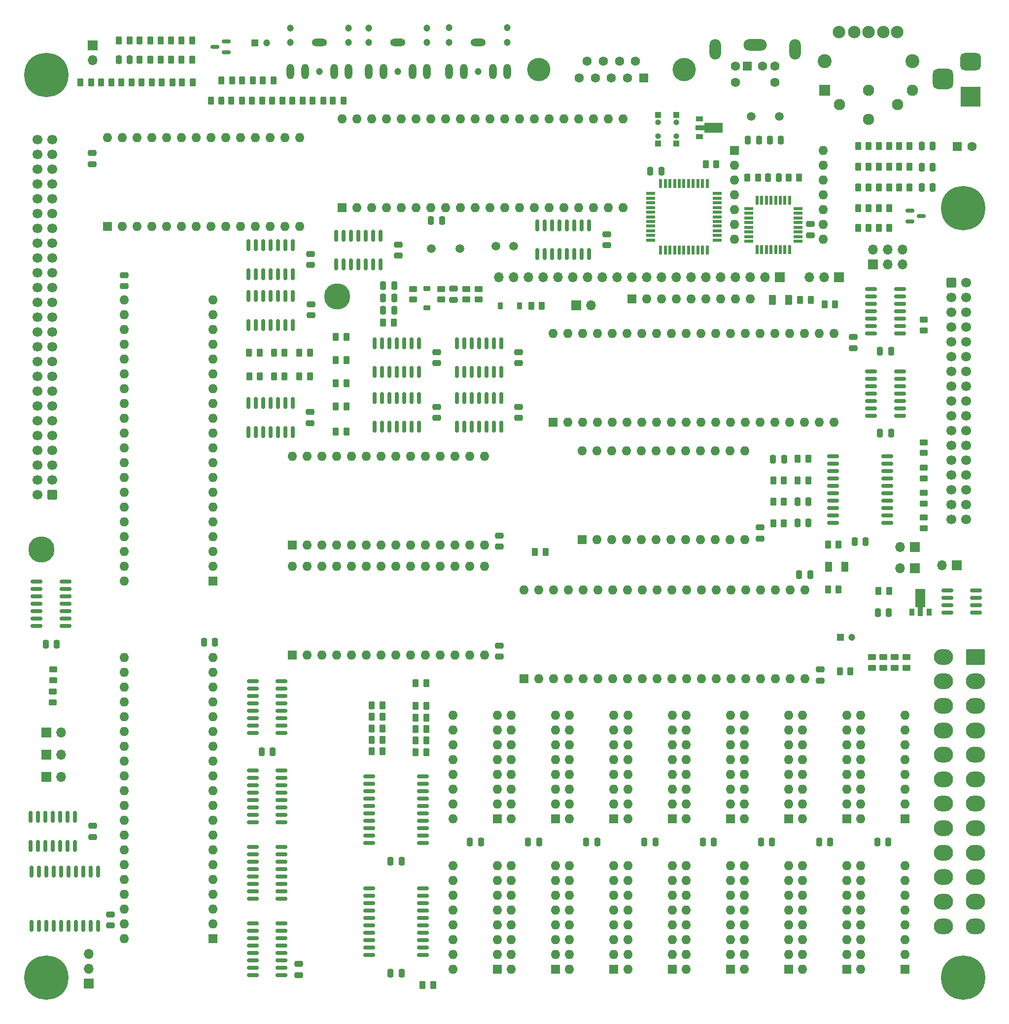
<source format=gbr>
%TF.GenerationSoftware,KiCad,Pcbnew,7.0.1*%
%TF.CreationDate,2023-05-06T23:27:47+01:00*%
%TF.ProjectId,CPC464-2MINIITX,43504334-3634-42d3-924d-494e49495458,rev?*%
%TF.SameCoordinates,Original*%
%TF.FileFunction,Soldermask,Top*%
%TF.FilePolarity,Negative*%
%FSLAX46Y46*%
G04 Gerber Fmt 4.6, Leading zero omitted, Abs format (unit mm)*
G04 Created by KiCad (PCBNEW 7.0.1) date 2023-05-06 23:27:47*
%MOMM*%
%LPD*%
G01*
G04 APERTURE LIST*
G04 Aperture macros list*
%AMRoundRect*
0 Rectangle with rounded corners*
0 $1 Rounding radius*
0 $2 $3 $4 $5 $6 $7 $8 $9 X,Y pos of 4 corners*
0 Add a 4 corners polygon primitive as box body*
4,1,4,$2,$3,$4,$5,$6,$7,$8,$9,$2,$3,0*
0 Add four circle primitives for the rounded corners*
1,1,$1+$1,$2,$3*
1,1,$1+$1,$4,$5*
1,1,$1+$1,$6,$7*
1,1,$1+$1,$8,$9*
0 Add four rect primitives between the rounded corners*
20,1,$1+$1,$2,$3,$4,$5,0*
20,1,$1+$1,$4,$5,$6,$7,0*
20,1,$1+$1,$6,$7,$8,$9,0*
20,1,$1+$1,$8,$9,$2,$3,0*%
%AMFreePoly0*
4,1,9,3.862500,-0.866500,0.737500,-0.866500,0.737500,-0.450000,-0.737500,-0.450000,-0.737500,0.450000,0.737500,0.450000,0.737500,0.866500,3.862500,0.866500,3.862500,-0.866500,3.862500,-0.866500,$1*%
G04 Aperture macros list end*
%ADD10R,1.600000X1.600000*%
%ADD11O,1.600000X1.600000*%
%ADD12R,1.600000X0.550000*%
%ADD13R,0.550000X1.600000*%
%ADD14RoundRect,0.250000X-0.262500X-0.450000X0.262500X-0.450000X0.262500X0.450000X-0.262500X0.450000X0*%
%ADD15RoundRect,0.250000X-0.600000X-0.600000X0.600000X-0.600000X0.600000X0.600000X-0.600000X0.600000X0*%
%ADD16C,1.700000*%
%ADD17RoundRect,0.250000X0.600000X0.600000X-0.600000X0.600000X-0.600000X-0.600000X0.600000X-0.600000X0*%
%ADD18RoundRect,0.250000X0.475000X-0.250000X0.475000X0.250000X-0.475000X0.250000X-0.475000X-0.250000X0*%
%ADD19RoundRect,0.150000X0.150000X-0.825000X0.150000X0.825000X-0.150000X0.825000X-0.150000X-0.825000X0*%
%ADD20RoundRect,0.250000X-0.450000X0.262500X-0.450000X-0.262500X0.450000X-0.262500X0.450000X0.262500X0*%
%ADD21RoundRect,0.150000X-0.875000X-0.150000X0.875000X-0.150000X0.875000X0.150000X-0.875000X0.150000X0*%
%ADD22RoundRect,0.250000X0.262500X0.450000X-0.262500X0.450000X-0.262500X-0.450000X0.262500X-0.450000X0*%
%ADD23RoundRect,0.250000X0.250000X0.475000X-0.250000X0.475000X-0.250000X-0.475000X0.250000X-0.475000X0*%
%ADD24R,1.200000X1.200000*%
%ADD25C,1.200000*%
%ADD26C,4.500000*%
%ADD27RoundRect,0.250000X-0.250000X-0.475000X0.250000X-0.475000X0.250000X0.475000X-0.250000X0.475000X0*%
%ADD28C,0.800000*%
%ADD29C,7.620000*%
%ADD30C,1.500000*%
%ADD31R,1.000000X1.000000*%
%ADD32O,1.000000X1.000000*%
%ADD33O,2.616000X1.308000*%
%ADD34O,1.308000X2.616000*%
%ADD35RoundRect,0.150000X-0.825000X-0.150000X0.825000X-0.150000X0.825000X0.150000X-0.825000X0.150000X0*%
%ADD36RoundRect,0.250000X-0.475000X0.250000X-0.475000X-0.250000X0.475000X-0.250000X0.475000X0.250000X0*%
%ADD37RoundRect,0.150000X0.587500X0.150000X-0.587500X0.150000X-0.587500X-0.150000X0.587500X-0.150000X0*%
%ADD38RoundRect,0.250000X0.375000X0.625000X-0.375000X0.625000X-0.375000X-0.625000X0.375000X-0.625000X0*%
%ADD39RoundRect,0.225000X-0.225000X-0.375000X0.225000X-0.375000X0.225000X0.375000X-0.225000X0.375000X0*%
%ADD40R,1.700000X1.700000*%
%ADD41O,1.700000X1.700000*%
%ADD42R,3.500000X3.500000*%
%ADD43RoundRect,0.750000X-1.000000X0.750000X-1.000000X-0.750000X1.000000X-0.750000X1.000000X0.750000X0*%
%ADD44RoundRect,0.875000X-0.875000X0.875000X-0.875000X-0.875000X0.875000X-0.875000X0.875000X0.875000X0*%
%ADD45C,1.600000*%
%ADD46O,4.000000X2.000000*%
%ADD47O,2.000000X3.500000*%
%ADD48RoundRect,0.250000X0.450000X-0.262500X0.450000X0.262500X-0.450000X0.262500X-0.450000X-0.262500X0*%
%ADD49C,4.000000*%
%ADD50R,0.900000X1.300000*%
%ADD51FreePoly0,90.000000*%
%ADD52RoundRect,0.250000X-0.375000X-0.625000X0.375000X-0.625000X0.375000X0.625000X-0.375000X0.625000X0*%
%ADD53RoundRect,0.150000X-0.587500X-0.150000X0.587500X-0.150000X0.587500X0.150000X-0.587500X0.150000X0*%
%ADD54R,0.550000X1.500000*%
%ADD55R,1.500000X0.550000*%
%ADD56RoundRect,0.150000X0.150000X-0.875000X0.150000X0.875000X-0.150000X0.875000X-0.150000X-0.875000X0*%
%ADD57RoundRect,0.225000X0.375000X-0.225000X0.375000X0.225000X-0.375000X0.225000X-0.375000X-0.225000X0*%
%ADD58RoundRect,0.250001X-1.399999X1.099999X-1.399999X-1.099999X1.399999X-1.099999X1.399999X1.099999X0*%
%ADD59O,3.300000X2.700000*%
%ADD60R,1.300000X0.900000*%
%ADD61FreePoly0,0.000000*%
%ADD62C,2.400000*%
%ADD63R,1.950000X1.950000*%
%ADD64C,1.950000*%
%ADD65C,2.150000*%
G04 APERTURE END LIST*
D10*
%TO.C,IC111*%
X63680000Y-125200000D03*
D11*
X63680000Y-122660000D03*
X63680000Y-120120000D03*
X63680000Y-117580000D03*
X63680000Y-115040000D03*
X63680000Y-112500000D03*
X63680000Y-109960000D03*
X63680000Y-107420000D03*
X63680000Y-104880000D03*
X63680000Y-102340000D03*
X63680000Y-99800000D03*
X63680000Y-97260000D03*
X63680000Y-94720000D03*
X63680000Y-92180000D03*
X63680000Y-89640000D03*
X63680000Y-87100000D03*
X63680000Y-84560000D03*
X63680000Y-82020000D03*
X63680000Y-79480000D03*
X63680000Y-76940000D03*
X48440000Y-76940000D03*
X48440000Y-79480000D03*
X48440000Y-82020000D03*
X48440000Y-84560000D03*
X48440000Y-87100000D03*
X48440000Y-89640000D03*
X48440000Y-92180000D03*
X48440000Y-94720000D03*
X48440000Y-97260000D03*
X48440000Y-99800000D03*
X48440000Y-102340000D03*
X48440000Y-104880000D03*
X48440000Y-107420000D03*
X48440000Y-109960000D03*
X48440000Y-112500000D03*
X48440000Y-115040000D03*
X48440000Y-117580000D03*
X48440000Y-120120000D03*
X48440000Y-122660000D03*
X48440000Y-125200000D03*
%TD*%
D12*
%TO.C,IC800*%
X155650000Y-61300000D03*
X155650000Y-62100000D03*
X155650000Y-62900000D03*
X155650000Y-63700000D03*
X155650000Y-64500000D03*
X155650000Y-65300000D03*
X155650000Y-66100000D03*
X155650000Y-66900000D03*
D13*
X157100000Y-68350000D03*
X157900000Y-68350000D03*
X158700000Y-68350000D03*
X159500000Y-68350000D03*
X160300000Y-68350000D03*
X161100000Y-68350000D03*
X161900000Y-68350000D03*
X162700000Y-68350000D03*
D12*
X164150000Y-66900000D03*
X164150000Y-66100000D03*
X164150000Y-65300000D03*
X164150000Y-64500000D03*
X164150000Y-63700000D03*
X164150000Y-62900000D03*
X164150000Y-62100000D03*
X164150000Y-61300000D03*
D13*
X162700000Y-59850000D03*
X161900000Y-59850000D03*
X161100000Y-59850000D03*
X160300000Y-59850000D03*
X159500000Y-59850000D03*
X158700000Y-59850000D03*
X157900000Y-59850000D03*
X157100000Y-59850000D03*
%TD*%
D10*
%TO.C,IC701*%
X112520000Y-191830000D03*
D11*
X112520000Y-189290000D03*
X112520000Y-186750000D03*
X112520000Y-184210000D03*
X112520000Y-181670000D03*
X112520000Y-179130000D03*
X112520000Y-176590000D03*
X112520000Y-174050000D03*
X104900000Y-174050000D03*
X104900000Y-176590000D03*
X104900000Y-179130000D03*
X104900000Y-181670000D03*
X104900000Y-184210000D03*
X104900000Y-186750000D03*
X104900000Y-189290000D03*
X104900000Y-191830000D03*
%TD*%
D14*
%TO.C,R126*%
X174451700Y-54144800D03*
X176276700Y-54144800D03*
%TD*%
%TO.C,R120*%
X84255600Y-42729000D03*
X86080600Y-42729000D03*
%TD*%
D15*
%TO.C,CD402*%
X190500000Y-73959800D03*
D16*
X193040000Y-73959800D03*
X190500000Y-76499800D03*
X193040000Y-76499800D03*
X190500000Y-79039800D03*
X193040000Y-79039800D03*
X190500000Y-81579800D03*
X193040000Y-81579800D03*
X190500000Y-84119800D03*
X193040000Y-84119800D03*
X190500000Y-86659800D03*
X193040000Y-86659800D03*
X190500000Y-89199800D03*
X193040000Y-89199800D03*
X190500000Y-91739800D03*
X193040000Y-91739800D03*
X190500000Y-94279800D03*
X193040000Y-94279800D03*
X190500000Y-96819800D03*
X193040000Y-96819800D03*
X190500000Y-99359800D03*
X193040000Y-99359800D03*
X190500000Y-101899800D03*
X193040000Y-101899800D03*
X190500000Y-104439800D03*
X193040000Y-104439800D03*
X190500000Y-106979800D03*
X193040000Y-106979800D03*
X190500000Y-109519800D03*
X193040000Y-109519800D03*
X190500000Y-112059800D03*
X193040000Y-112059800D03*
X190500000Y-114599800D03*
X193040000Y-114599800D03*
%TD*%
D14*
%TO.C,R114*%
X65096500Y-39300000D03*
X66921500Y-39300000D03*
%TD*%
D17*
%TO.C,PL1*%
X36086000Y-110432000D03*
D16*
X33546000Y-110432000D03*
X36086000Y-107892000D03*
X33546000Y-107892000D03*
X36086000Y-105352000D03*
X33546000Y-105352000D03*
X36086000Y-102812000D03*
X33546000Y-102812000D03*
X36086000Y-100272000D03*
X33546000Y-100272000D03*
X36086000Y-97732000D03*
X33546000Y-97732000D03*
X36086000Y-95192000D03*
X33546000Y-95192000D03*
X36086000Y-92652000D03*
X33546000Y-92652000D03*
X36086000Y-90112000D03*
X33546000Y-90112000D03*
X36086000Y-87572000D03*
X33546000Y-87572000D03*
X36086000Y-85032000D03*
X33546000Y-85032000D03*
X36086000Y-82492000D03*
X33546000Y-82492000D03*
X36086000Y-79952000D03*
X33546000Y-79952000D03*
X36086000Y-77412000D03*
X33546000Y-77412000D03*
X36086000Y-74872000D03*
X33546000Y-74872000D03*
X36086000Y-72332000D03*
X33546000Y-72332000D03*
X36086000Y-69792000D03*
X33546000Y-69792000D03*
X36086000Y-67252000D03*
X33546000Y-67252000D03*
X36086000Y-64712000D03*
X33546000Y-64712000D03*
X36086000Y-62172000D03*
X33546000Y-62172000D03*
X36086000Y-59632000D03*
X33546000Y-59632000D03*
X36086000Y-57092000D03*
X33546000Y-57092000D03*
X36086000Y-54552000D03*
X33546000Y-54552000D03*
X36086000Y-52012000D03*
X33546000Y-52012000D03*
X36086000Y-49472000D03*
X33546000Y-49472000D03*
%TD*%
D14*
%TO.C,R314*%
X54662500Y-32450000D03*
X56487500Y-32450000D03*
%TD*%
D18*
%TO.C,C409*%
X102072600Y-97200000D03*
X102072600Y-95300000D03*
%TD*%
D19*
%TO.C,IC110*%
X69740000Y-72525000D03*
X71010000Y-72525000D03*
X72280000Y-72525000D03*
X73550000Y-72525000D03*
X74820000Y-72525000D03*
X76090000Y-72525000D03*
X77360000Y-72525000D03*
X77360000Y-67575000D03*
X76090000Y-67575000D03*
X74820000Y-67575000D03*
X73550000Y-67575000D03*
X72280000Y-67575000D03*
X71010000Y-67575000D03*
X69740000Y-67575000D03*
%TD*%
D10*
%TO.C,IC704*%
X142520000Y-191830000D03*
D11*
X142520000Y-189290000D03*
X142520000Y-186750000D03*
X142520000Y-184210000D03*
X142520000Y-181670000D03*
X142520000Y-179130000D03*
X142520000Y-176590000D03*
X142520000Y-174050000D03*
X134900000Y-174050000D03*
X134900000Y-176590000D03*
X134900000Y-179130000D03*
X134900000Y-181670000D03*
X134900000Y-184210000D03*
X134900000Y-186750000D03*
X134900000Y-189290000D03*
X134900000Y-191830000D03*
%TD*%
D14*
%TO.C,R317*%
X47514000Y-32450000D03*
X49339000Y-32450000D03*
%TD*%
%TO.C,R457*%
X164087500Y-107950000D03*
X165912500Y-107950000D03*
%TD*%
D20*
%TO.C,R402*%
X185729500Y-114300000D03*
X185729500Y-116125000D03*
%TD*%
D11*
%TO.C,NR1*%
X155917000Y-76776000D03*
X153377000Y-76776000D03*
X150837000Y-76776000D03*
X148297000Y-76776000D03*
X145757000Y-76776000D03*
X143217000Y-76776000D03*
X140677000Y-76776000D03*
X138137000Y-76776000D03*
D10*
X135597000Y-76776000D03*
%TD*%
D21*
%TO.C,IC403*%
X170150000Y-103790000D03*
X170150000Y-105060000D03*
X170150000Y-106330000D03*
X170150000Y-107600000D03*
X170150000Y-108870000D03*
X170150000Y-110140000D03*
X170150000Y-111410000D03*
X170150000Y-112680000D03*
X170150000Y-113950000D03*
X170150000Y-115220000D03*
X179450000Y-115220000D03*
X179450000Y-113950000D03*
X179450000Y-112680000D03*
X179450000Y-111410000D03*
X179450000Y-110140000D03*
X179450000Y-108870000D03*
X179450000Y-107600000D03*
X179450000Y-106330000D03*
X179450000Y-105060000D03*
X179450000Y-103790000D03*
%TD*%
D14*
%TO.C,R134*%
X178007700Y-64635000D03*
X179832700Y-64635000D03*
%TD*%
D22*
%TO.C,R156*%
X120800000Y-120200000D03*
X118975000Y-120200000D03*
%TD*%
D21*
%TO.C,IC114*%
X90450000Y-177985000D03*
X90450000Y-179255000D03*
X90450000Y-180525000D03*
X90450000Y-181795000D03*
X90450000Y-183065000D03*
X90450000Y-184335000D03*
X90450000Y-185605000D03*
X90450000Y-186875000D03*
X90450000Y-188145000D03*
X90450000Y-189415000D03*
X99750000Y-189415000D03*
X99750000Y-188145000D03*
X99750000Y-186875000D03*
X99750000Y-185605000D03*
X99750000Y-184335000D03*
X99750000Y-183065000D03*
X99750000Y-181795000D03*
X99750000Y-180525000D03*
X99750000Y-179255000D03*
X99750000Y-177985000D03*
%TD*%
D14*
%TO.C,R119*%
X80775800Y-42729000D03*
X82600800Y-42729000D03*
%TD*%
D23*
%TO.C,C703*%
X129670000Y-170051800D03*
X127770000Y-170051800D03*
%TD*%
D14*
%TO.C,R316*%
X51050000Y-32450000D03*
X52875000Y-32450000D03*
%TD*%
D20*
%TO.C,R1071*%
X178800000Y-138287500D03*
X178800000Y-140112500D03*
%TD*%
D18*
%TO.C,C125*%
X131317600Y-67600000D03*
X131317600Y-65700000D03*
%TD*%
D24*
%TO.C,C1071*%
X171400000Y-134850000D03*
D25*
X173400000Y-134850000D03*
%TD*%
D26*
%TO.C,H7*%
X84976000Y-76401000D03*
%TD*%
D27*
%TO.C,C1070*%
X177860200Y-130609400D03*
X179760200Y-130609400D03*
%TD*%
D23*
%TO.C,C132*%
X94775400Y-74500000D03*
X92875400Y-74500000D03*
%TD*%
D28*
%TO.C,HA2*%
X192494200Y-58322600D03*
X192494200Y-64037600D03*
X194514758Y-59159542D03*
X194514758Y-63200658D03*
X190473642Y-63200658D03*
X190473642Y-59159542D03*
X195351700Y-61180100D03*
X189636700Y-61180100D03*
D29*
X192494200Y-61180100D03*
%TD*%
D30*
%TO.C,Y800*%
X160964000Y-45464000D03*
X156084000Y-45464000D03*
%TD*%
D31*
%TO.C,LK3*%
X140133200Y-50150000D03*
D32*
X140133200Y-48880000D03*
%TD*%
D31*
%TO.C,LK4*%
X143250000Y-50150000D03*
D32*
X143250000Y-48880000D03*
%TD*%
D25*
%TO.C,J103*%
X86963500Y-32774000D03*
X76963500Y-32774000D03*
X76963500Y-30274000D03*
X81963500Y-37774000D03*
X86963500Y-30274000D03*
D33*
X81963500Y-32774000D03*
D34*
X76963500Y-37774000D03*
X86963500Y-37774000D03*
X79463500Y-37774000D03*
X84463500Y-37774000D03*
%TD*%
D22*
%TO.C,R158*%
X92737500Y-150518800D03*
X90912500Y-150518800D03*
%TD*%
D14*
%TO.C,R161*%
X98462500Y-154600000D03*
X100287500Y-154600000D03*
%TD*%
%TO.C,R136*%
X174451700Y-64635000D03*
X176276700Y-64635000D03*
%TD*%
D22*
%TO.C,R416*%
X86562500Y-91236800D03*
X84737500Y-91236800D03*
%TD*%
D35*
%TO.C,IC105*%
X70500000Y-142415000D03*
X70500000Y-143685000D03*
X70500000Y-144955000D03*
X70500000Y-146225000D03*
X70500000Y-147495000D03*
X70500000Y-148765000D03*
X70500000Y-150035000D03*
X70500000Y-151305000D03*
X75450000Y-151305000D03*
X75450000Y-150035000D03*
X75450000Y-148765000D03*
X75450000Y-147495000D03*
X75450000Y-146225000D03*
X75450000Y-144955000D03*
X75450000Y-143685000D03*
X75450000Y-142415000D03*
%TD*%
D23*
%TO.C,C706*%
X159670000Y-170051800D03*
X157770000Y-170051800D03*
%TD*%
D10*
%TO.C,IC122*%
X162520000Y-166000000D03*
D11*
X162520000Y-163460000D03*
X162520000Y-160920000D03*
X162520000Y-158380000D03*
X162520000Y-155840000D03*
X162520000Y-153300000D03*
X162520000Y-150760000D03*
X162520000Y-148220000D03*
X154900000Y-148220000D03*
X154900000Y-150760000D03*
X154900000Y-153300000D03*
X154900000Y-155840000D03*
X154900000Y-158380000D03*
X154900000Y-160920000D03*
X154900000Y-163460000D03*
X154900000Y-166000000D03*
%TD*%
D36*
%TO.C,C406*%
X80341800Y-96225000D03*
X80341800Y-98125000D03*
%TD*%
D10*
%TO.C,IC121*%
X152520000Y-166000000D03*
D11*
X152520000Y-163460000D03*
X152520000Y-160920000D03*
X152520000Y-158380000D03*
X152520000Y-155840000D03*
X152520000Y-153300000D03*
X152520000Y-150760000D03*
X152520000Y-148220000D03*
X144900000Y-148220000D03*
X144900000Y-150760000D03*
X144900000Y-153300000D03*
X144900000Y-155840000D03*
X144900000Y-158380000D03*
X144900000Y-160920000D03*
X144900000Y-163460000D03*
X144900000Y-166000000D03*
%TD*%
D37*
%TO.C,Q350*%
X65900000Y-34500000D03*
X65900000Y-32600000D03*
X64025000Y-33550000D03*
%TD*%
D14*
%TO.C,R127*%
X178007700Y-50563400D03*
X179832700Y-50563400D03*
%TD*%
D38*
%TO.C,D900*%
X162550000Y-76950000D03*
X159750000Y-76950000D03*
%TD*%
D39*
%TO.C,D401*%
X112991300Y-77950800D03*
X116291300Y-77950800D03*
%TD*%
D19*
%TO.C,IC125*%
X84850000Y-70900000D03*
X86120000Y-70900000D03*
X87390000Y-70900000D03*
X88660000Y-70900000D03*
X89930000Y-70900000D03*
X91200000Y-70900000D03*
X92470000Y-70900000D03*
X92470000Y-65950000D03*
X91200000Y-65950000D03*
X89930000Y-65950000D03*
X88660000Y-65950000D03*
X87390000Y-65950000D03*
X86120000Y-65950000D03*
X84850000Y-65950000D03*
%TD*%
D40*
%TO.C,J1071*%
X184210000Y-123000000D03*
D41*
X181670000Y-123000000D03*
%TD*%
D27*
%TO.C,C135*%
X185361600Y-57675400D03*
X187261600Y-57675400D03*
%TD*%
D22*
%TO.C,R112*%
X80312500Y-90100000D03*
X78487500Y-90100000D03*
%TD*%
D42*
%TO.C,J104*%
X193743500Y-42068000D03*
D43*
X193743500Y-36068000D03*
D44*
X189043500Y-39068000D03*
%TD*%
D35*
%TO.C,IC104*%
X70500000Y-183960000D03*
X70500000Y-185230000D03*
X70500000Y-186500000D03*
X70500000Y-187770000D03*
X70500000Y-189040000D03*
X70500000Y-190310000D03*
X70500000Y-191580000D03*
X70500000Y-192850000D03*
X75450000Y-192850000D03*
X75450000Y-191580000D03*
X75450000Y-190310000D03*
X75450000Y-189040000D03*
X75450000Y-187770000D03*
X75450000Y-186500000D03*
X75450000Y-185230000D03*
X75450000Y-183960000D03*
%TD*%
D10*
%TO.C,J804*%
X155470000Y-36825000D03*
D45*
X158070000Y-36825000D03*
X153370000Y-36825000D03*
X160170000Y-36825000D03*
X153370000Y-39625000D03*
X160170000Y-39625000D03*
D46*
X156770000Y-33175000D03*
D47*
X163620000Y-33975000D03*
X149920000Y-33975000D03*
%TD*%
D40*
%TO.C,J903*%
X42350000Y-194300000D03*
D41*
X42350000Y-191760000D03*
X42350000Y-189220000D03*
%TD*%
D27*
%TO.C,C802*%
X158950000Y-55950000D03*
X160850000Y-55950000D03*
%TD*%
D18*
%TO.C,C407*%
X116181800Y-97200000D03*
X116181800Y-95300000D03*
%TD*%
D23*
%TO.C,C115*%
X96050000Y-192570000D03*
X94150000Y-192570000D03*
%TD*%
D35*
%TO.C,IC1070*%
X189803000Y-126873000D03*
X189803000Y-128143000D03*
X189803000Y-129413000D03*
X189803000Y-130683000D03*
X194753000Y-130683000D03*
X194753000Y-129413000D03*
X194753000Y-128143000D03*
X194753000Y-126873000D03*
%TD*%
D23*
%TO.C,C801*%
X161196000Y-49528000D03*
X159296000Y-49528000D03*
%TD*%
D19*
%TO.C,IC901*%
X32340000Y-170675000D03*
X33610000Y-170675000D03*
X34880000Y-170675000D03*
X36150000Y-170675000D03*
X37420000Y-170675000D03*
X38690000Y-170675000D03*
X39960000Y-170675000D03*
X39960000Y-165725000D03*
X38690000Y-165725000D03*
X37420000Y-165725000D03*
X36150000Y-165725000D03*
X34880000Y-165725000D03*
X33610000Y-165725000D03*
X32340000Y-165725000D03*
%TD*%
D36*
%TO.C,C118*%
X46064000Y-182461000D03*
X46064000Y-184361000D03*
%TD*%
D21*
%TO.C,IC115*%
X90450000Y-158785000D03*
X90450000Y-160055000D03*
X90450000Y-161325000D03*
X90450000Y-162595000D03*
X90450000Y-163865000D03*
X90450000Y-165135000D03*
X90450000Y-166405000D03*
X90450000Y-167675000D03*
X90450000Y-168945000D03*
X90450000Y-170215000D03*
X99750000Y-170215000D03*
X99750000Y-168945000D03*
X99750000Y-167675000D03*
X99750000Y-166405000D03*
X99750000Y-165135000D03*
X99750000Y-163865000D03*
X99750000Y-162595000D03*
X99750000Y-161325000D03*
X99750000Y-160055000D03*
X99750000Y-158785000D03*
%TD*%
D35*
%TO.C,IC113*%
X70500000Y-170840000D03*
X70500000Y-172110000D03*
X70500000Y-173380000D03*
X70500000Y-174650000D03*
X70500000Y-175920000D03*
X70500000Y-177190000D03*
X70500000Y-178460000D03*
X70500000Y-179730000D03*
X75450000Y-179730000D03*
X75450000Y-178460000D03*
X75450000Y-177190000D03*
X75450000Y-175920000D03*
X75450000Y-174650000D03*
X75450000Y-173380000D03*
X75450000Y-172110000D03*
X75450000Y-170840000D03*
%TD*%
D14*
%TO.C,R160*%
X99637500Y-194550000D03*
X101462500Y-194550000D03*
%TD*%
D40*
%TO.C,LK6*%
X35060000Y-155020000D03*
D41*
X37600000Y-155020000D03*
%TD*%
D48*
%TO.C,R404*%
X185729500Y-107590600D03*
X185729500Y-105765600D03*
%TD*%
D27*
%TO.C,C317*%
X47476500Y-35770000D03*
X49376500Y-35770000D03*
%TD*%
D45*
%TO.C,J102*%
X127935000Y-35986300D03*
X130705000Y-35986300D03*
X133475000Y-35986300D03*
X136245000Y-35986300D03*
X126550000Y-38826300D03*
X129320000Y-38826300D03*
X132090000Y-38826300D03*
X134860000Y-38826300D03*
D10*
X137630000Y-38826300D03*
D49*
X144590000Y-37406300D03*
X119590000Y-37406300D03*
%TD*%
D26*
%TO.C,H1*%
X34176000Y-119835000D03*
%TD*%
D48*
%TO.C,R1070*%
X176818800Y-140112500D03*
X176818800Y-138287500D03*
%TD*%
D23*
%TO.C,C705*%
X149670000Y-170051800D03*
X147770000Y-170051800D03*
%TD*%
D18*
%TO.C,C404*%
X157605000Y-117915000D03*
X157605000Y-116015000D03*
%TD*%
D14*
%TO.C,R116*%
X72217900Y-39300000D03*
X74042900Y-39300000D03*
%TD*%
D48*
%TO.C,R101*%
X98040400Y-76887100D03*
X98040400Y-75062100D03*
%TD*%
D18*
%TO.C,C113*%
X80433400Y-70989800D03*
X80433400Y-69089800D03*
%TD*%
D14*
%TO.C,R155*%
X78487500Y-86050000D03*
X80312500Y-86050000D03*
%TD*%
D10*
%TO.C,IC117*%
X142520000Y-166000000D03*
D11*
X142520000Y-163460000D03*
X142520000Y-160920000D03*
X142520000Y-158380000D03*
X142520000Y-155840000D03*
X142520000Y-153300000D03*
X142520000Y-150760000D03*
X142520000Y-148220000D03*
X134900000Y-148220000D03*
X134900000Y-150760000D03*
X134900000Y-153300000D03*
X134900000Y-155840000D03*
X134900000Y-158380000D03*
X134900000Y-160920000D03*
X134900000Y-163460000D03*
X134900000Y-166000000D03*
%TD*%
D10*
%TO.C,IC702*%
X122520000Y-191830000D03*
D11*
X122520000Y-189290000D03*
X122520000Y-186750000D03*
X122520000Y-184210000D03*
X122520000Y-181670000D03*
X122520000Y-179130000D03*
X122520000Y-176590000D03*
X122520000Y-174050000D03*
X114900000Y-174050000D03*
X114900000Y-176590000D03*
X114900000Y-179130000D03*
X114900000Y-181670000D03*
X114900000Y-184210000D03*
X114900000Y-186750000D03*
X114900000Y-189290000D03*
X114900000Y-191830000D03*
%TD*%
D14*
%TO.C,R122*%
X66805800Y-42729000D03*
X68630800Y-42729000D03*
%TD*%
D22*
%TO.C,R313*%
X60075000Y-35740000D03*
X58250000Y-35740000D03*
%TD*%
D35*
%TO.C,IC109*%
X70500000Y-157740000D03*
X70500000Y-159010000D03*
X70500000Y-160280000D03*
X70500000Y-161550000D03*
X70500000Y-162820000D03*
X70500000Y-164090000D03*
X70500000Y-165360000D03*
X70500000Y-166630000D03*
X75450000Y-166630000D03*
X75450000Y-165360000D03*
X75450000Y-164090000D03*
X75450000Y-162820000D03*
X75450000Y-161550000D03*
X75450000Y-160280000D03*
X75450000Y-159010000D03*
X75450000Y-157740000D03*
%TD*%
D10*
%TO.C,IC707*%
X172520000Y-191830000D03*
D11*
X172520000Y-189290000D03*
X172520000Y-186750000D03*
X172520000Y-184210000D03*
X172520000Y-181670000D03*
X172520000Y-179130000D03*
X172520000Y-176590000D03*
X172520000Y-174050000D03*
X164900000Y-174050000D03*
X164900000Y-176590000D03*
X164900000Y-179130000D03*
X164900000Y-181670000D03*
X164900000Y-184210000D03*
X164900000Y-186750000D03*
X164900000Y-189290000D03*
X164900000Y-191830000D03*
%TD*%
D22*
%TO.C,R310*%
X56487500Y-35740000D03*
X54662500Y-35740000D03*
%TD*%
D11*
%TO.C,IC107*%
X85875000Y-45885000D03*
X88415000Y-45885000D03*
X90955000Y-45885000D03*
X93495000Y-45885000D03*
X96035000Y-45885000D03*
X98575000Y-45885000D03*
X101115000Y-45885000D03*
X103655000Y-45885000D03*
X106195000Y-45885000D03*
X108735000Y-45885000D03*
X111275000Y-45885000D03*
X113815000Y-45885000D03*
X116355000Y-45885000D03*
X118895000Y-45885000D03*
X121435000Y-45885000D03*
X123975000Y-45885000D03*
X126515000Y-45885000D03*
X129055000Y-45885000D03*
X131595000Y-45885000D03*
X134135000Y-45885000D03*
X134135000Y-61125000D03*
X131595000Y-61125000D03*
X129055000Y-61125000D03*
X126515000Y-61125000D03*
X123975000Y-61125000D03*
X121435000Y-61125000D03*
X118895000Y-61125000D03*
X116355000Y-61125000D03*
X113815000Y-61125000D03*
X111275000Y-61125000D03*
X108735000Y-61125000D03*
X106195000Y-61125000D03*
X103655000Y-61125000D03*
X101115000Y-61125000D03*
X98575000Y-61125000D03*
X96035000Y-61125000D03*
X93495000Y-61125000D03*
X90955000Y-61125000D03*
X88415000Y-61125000D03*
D10*
X85875000Y-61125000D03*
%TD*%
D14*
%TO.C,R453*%
X177987500Y-126900000D03*
X179812500Y-126900000D03*
%TD*%
D30*
%TO.C,TP2*%
X115300000Y-67700000D03*
%TD*%
D14*
%TO.C,R805*%
X162537500Y-55950000D03*
X164362500Y-55950000D03*
%TD*%
D28*
%TO.C,HA3*%
X35014200Y-190402600D03*
X35014200Y-196117600D03*
X37034758Y-191239542D03*
X37034758Y-195280658D03*
X32993642Y-195280658D03*
X32993642Y-191239542D03*
X37871700Y-193260100D03*
X32156700Y-193260100D03*
D29*
X35014200Y-193260100D03*
%TD*%
D14*
%TO.C,R110*%
X69887500Y-90100000D03*
X71712500Y-90100000D03*
%TD*%
D31*
%TO.C,LK2*%
X143250000Y-45200000D03*
D32*
X143250000Y-46470000D03*
%TD*%
D20*
%TO.C,R452*%
X185729500Y-110083600D03*
X185729500Y-111908600D03*
%TD*%
D27*
%TO.C,C413*%
X178232800Y-99842400D03*
X180132800Y-99842400D03*
%TD*%
D14*
%TO.C,R130*%
X181487500Y-54144800D03*
X183312500Y-54144800D03*
%TD*%
D10*
%TO.C,IC108*%
X63690000Y-186640000D03*
D11*
X63690000Y-184100000D03*
X63690000Y-181560000D03*
X63690000Y-179020000D03*
X63690000Y-176480000D03*
X63690000Y-173940000D03*
X63690000Y-171400000D03*
X63690000Y-168860000D03*
X63690000Y-166320000D03*
X63690000Y-163780000D03*
X63690000Y-161240000D03*
X63690000Y-158700000D03*
X63690000Y-156160000D03*
X63690000Y-153620000D03*
X63690000Y-151080000D03*
X63690000Y-148540000D03*
X63690000Y-146000000D03*
X63690000Y-143460000D03*
X63690000Y-140920000D03*
X63690000Y-138380000D03*
X48450000Y-138380000D03*
X48450000Y-140920000D03*
X48450000Y-143460000D03*
X48450000Y-146000000D03*
X48450000Y-148540000D03*
X48450000Y-151080000D03*
X48450000Y-153620000D03*
X48450000Y-156160000D03*
X48450000Y-158700000D03*
X48450000Y-161240000D03*
X48450000Y-163780000D03*
X48450000Y-166320000D03*
X48450000Y-168860000D03*
X48450000Y-171400000D03*
X48450000Y-173940000D03*
X48450000Y-176480000D03*
X48450000Y-179020000D03*
X48450000Y-181560000D03*
X48450000Y-184100000D03*
X48450000Y-186640000D03*
%TD*%
D14*
%TO.C,R125*%
X174451700Y-50563400D03*
X176276700Y-50563400D03*
%TD*%
D27*
%TO.C,C134*%
X185361600Y-54170200D03*
X187261600Y-54170200D03*
%TD*%
D22*
%TO.C,R105*%
X53185700Y-39624000D03*
X51360700Y-39624000D03*
%TD*%
D23*
%TO.C,C456*%
X166245000Y-124100000D03*
X164345000Y-124100000D03*
%TD*%
D14*
%TO.C,R150*%
X90912500Y-154468800D03*
X92737500Y-154468800D03*
%TD*%
%TO.C,R411*%
X84737500Y-99562500D03*
X86562500Y-99562500D03*
%TD*%
%TO.C,R406*%
X118337500Y-77950000D03*
X120162500Y-77950000D03*
%TD*%
D40*
%TO.C,J106*%
X126025000Y-77900000D03*
D41*
X128565000Y-77900000D03*
%TD*%
D36*
%TO.C,C403*%
X173650000Y-83350000D03*
X173650000Y-85250000D03*
%TD*%
D18*
%TO.C,C116*%
X167920000Y-142300000D03*
X167920000Y-140400000D03*
%TD*%
D23*
%TO.C,C130*%
X94775400Y-78741800D03*
X92875400Y-78741800D03*
%TD*%
D10*
%TO.C,IC705*%
X152520000Y-191830000D03*
D11*
X152520000Y-189290000D03*
X152520000Y-186750000D03*
X152520000Y-184210000D03*
X152520000Y-181670000D03*
X152520000Y-179130000D03*
X152520000Y-176590000D03*
X152520000Y-174050000D03*
X144900000Y-174050000D03*
X144900000Y-176590000D03*
X144900000Y-179130000D03*
X144900000Y-181670000D03*
X144900000Y-184210000D03*
X144900000Y-186750000D03*
X144900000Y-189290000D03*
X144900000Y-191830000D03*
%TD*%
D14*
%TO.C,R147*%
X90912500Y-146568800D03*
X92737500Y-146568800D03*
%TD*%
D20*
%TO.C,R145*%
X107159000Y-75060200D03*
X107159000Y-76885200D03*
%TD*%
D22*
%TO.C,R157*%
X100312500Y-142731200D03*
X98487500Y-142731200D03*
%TD*%
D36*
%TO.C,C104*%
X95518000Y-67475000D03*
X95518000Y-69375000D03*
%TD*%
D14*
%TO.C,R115*%
X68661900Y-39300000D03*
X70486900Y-39300000D03*
%TD*%
D20*
%TO.C,R111*%
X102815600Y-75062100D03*
X102815600Y-76887100D03*
%TD*%
D50*
%TO.C,Q1070*%
X183678000Y-130578000D03*
D51*
X185178000Y-130490500D03*
D50*
X186678000Y-130578000D03*
%TD*%
D19*
%TO.C,IC407*%
X69750000Y-99650000D03*
X71020000Y-99650000D03*
X72290000Y-99650000D03*
X73560000Y-99650000D03*
X74830000Y-99650000D03*
X76100000Y-99650000D03*
X77370000Y-99650000D03*
X77370000Y-94700000D03*
X76100000Y-94700000D03*
X74830000Y-94700000D03*
X73560000Y-94700000D03*
X72290000Y-94700000D03*
X71020000Y-94700000D03*
X69750000Y-94700000D03*
%TD*%
D22*
%TO.C,R106*%
X49705900Y-39624000D03*
X47880900Y-39624000D03*
%TD*%
D30*
%TO.C,X101*%
X101150000Y-68150000D03*
X106030000Y-68150000D03*
%TD*%
D23*
%TO.C,C117*%
X36810200Y-136058800D03*
X34910200Y-136058800D03*
%TD*%
D36*
%TO.C,C127*%
X78375000Y-190935000D03*
X78375000Y-192835000D03*
%TD*%
%TO.C,C410*%
X102072600Y-85900000D03*
X102072600Y-87800000D03*
%TD*%
D52*
%TO.C,D450*%
X169402400Y-122783600D03*
X172202400Y-122783600D03*
%TD*%
D14*
%TO.C,R417*%
X84737500Y-87312500D03*
X86562500Y-87312500D03*
%TD*%
D27*
%TO.C,C126*%
X72025000Y-154510000D03*
X73925000Y-154510000D03*
%TD*%
D14*
%TO.C,R146*%
X90912500Y-148550000D03*
X92737500Y-148550000D03*
%TD*%
D10*
%TO.C,IC118*%
X132520000Y-166000000D03*
D11*
X132520000Y-163460000D03*
X132520000Y-160920000D03*
X132520000Y-158380000D03*
X132520000Y-155840000D03*
X132520000Y-153300000D03*
X132520000Y-150760000D03*
X132520000Y-148220000D03*
X124900000Y-148220000D03*
X124900000Y-150760000D03*
X124900000Y-153300000D03*
X124900000Y-155840000D03*
X124900000Y-158380000D03*
X124900000Y-160920000D03*
X124900000Y-163460000D03*
X124900000Y-166000000D03*
%TD*%
D14*
%TO.C,R418*%
X84737500Y-95250000D03*
X86562500Y-95250000D03*
%TD*%
D36*
%TO.C,C411*%
X116181800Y-85900000D03*
X116181800Y-87800000D03*
%TD*%
D10*
%TO.C,IC103*%
X77300000Y-119025000D03*
D11*
X79840000Y-119025000D03*
X82380000Y-119025000D03*
X84920000Y-119025000D03*
X87460000Y-119025000D03*
X90000000Y-119025000D03*
X92540000Y-119025000D03*
X95080000Y-119025000D03*
X97620000Y-119025000D03*
X100160000Y-119025000D03*
X102700000Y-119025000D03*
X105240000Y-119025000D03*
X107780000Y-119025000D03*
X110320000Y-119025000D03*
X110320000Y-103785000D03*
X107780000Y-103785000D03*
X105240000Y-103785000D03*
X102700000Y-103785000D03*
X100160000Y-103785000D03*
X97620000Y-103785000D03*
X95080000Y-103785000D03*
X92540000Y-103785000D03*
X90000000Y-103785000D03*
X87460000Y-103785000D03*
X84920000Y-103785000D03*
X82380000Y-103785000D03*
X79840000Y-103785000D03*
X77300000Y-103785000D03*
%TD*%
D53*
%TO.C,Q102*%
X183412500Y-61600000D03*
X183412500Y-63500000D03*
X185287500Y-62550000D03*
%TD*%
D10*
%TO.C,IC706*%
X162520000Y-191830000D03*
D11*
X162520000Y-189290000D03*
X162520000Y-186750000D03*
X162520000Y-184210000D03*
X162520000Y-181670000D03*
X162520000Y-179130000D03*
X162520000Y-176590000D03*
X162520000Y-174050000D03*
X154900000Y-174050000D03*
X154900000Y-176590000D03*
X154900000Y-179130000D03*
X154900000Y-181670000D03*
X154900000Y-184210000D03*
X154900000Y-186750000D03*
X154900000Y-189290000D03*
X154900000Y-191830000D03*
%TD*%
D19*
%TO.C,IC412*%
X91430000Y-89325000D03*
X92700000Y-89325000D03*
X93970000Y-89325000D03*
X95240000Y-89325000D03*
X96510000Y-89325000D03*
X97780000Y-89325000D03*
X99050000Y-89325000D03*
X99050000Y-84375000D03*
X97780000Y-84375000D03*
X96510000Y-84375000D03*
X95240000Y-84375000D03*
X93970000Y-84375000D03*
X92700000Y-84375000D03*
X91430000Y-84375000D03*
%TD*%
D35*
%TO.C,IC112*%
X33375000Y-125340000D03*
X33375000Y-126610000D03*
X33375000Y-127880000D03*
X33375000Y-129150000D03*
X33375000Y-130420000D03*
X33375000Y-131690000D03*
X33375000Y-132960000D03*
X38325000Y-132960000D03*
X38325000Y-131690000D03*
X38325000Y-130420000D03*
X38325000Y-129150000D03*
X38325000Y-127880000D03*
X38325000Y-126610000D03*
X38325000Y-125340000D03*
%TD*%
D14*
%TO.C,R123*%
X70311000Y-42729000D03*
X72136000Y-42729000D03*
%TD*%
%TO.C,R117*%
X73790800Y-42729000D03*
X75615800Y-42729000D03*
%TD*%
D10*
%TO.C,IC120*%
X112520000Y-165993400D03*
D11*
X112520000Y-163453400D03*
X112520000Y-160913400D03*
X112520000Y-158373400D03*
X112520000Y-155833400D03*
X112520000Y-153293400D03*
X112520000Y-150753400D03*
X112520000Y-148213400D03*
X104900000Y-148213400D03*
X104900000Y-150753400D03*
X104900000Y-153293400D03*
X104900000Y-155833400D03*
X104900000Y-158373400D03*
X104900000Y-160913400D03*
X104900000Y-163453400D03*
X104900000Y-165993400D03*
%TD*%
D54*
%TO.C,IC803*%
X140550000Y-57000000D03*
X141350000Y-57000000D03*
X142150000Y-57000000D03*
X142950000Y-57000000D03*
X143750000Y-57000000D03*
X144550000Y-57000000D03*
X145350000Y-57000000D03*
X146150000Y-57000000D03*
X146950000Y-57000000D03*
X147750000Y-57000000D03*
X148550000Y-57000000D03*
D55*
X150250000Y-58700000D03*
X150250000Y-59500000D03*
X150250000Y-60300000D03*
X150250000Y-61100000D03*
X150250000Y-61900000D03*
X150250000Y-62700000D03*
X150250000Y-63500000D03*
X150250000Y-64300000D03*
X150250000Y-65100000D03*
X150250000Y-65900000D03*
X150250000Y-66700000D03*
D54*
X148550000Y-68400000D03*
X147750000Y-68400000D03*
X146950000Y-68400000D03*
X146150000Y-68400000D03*
X145350000Y-68400000D03*
X144550000Y-68400000D03*
X143750000Y-68400000D03*
X142950000Y-68400000D03*
X142150000Y-68400000D03*
X141350000Y-68400000D03*
X140550000Y-68400000D03*
D55*
X138850000Y-66700000D03*
X138850000Y-65900000D03*
X138850000Y-65100000D03*
X138850000Y-64300000D03*
X138850000Y-63500000D03*
X138850000Y-62700000D03*
X138850000Y-61900000D03*
X138850000Y-61100000D03*
X138850000Y-60300000D03*
X138850000Y-59500000D03*
X138850000Y-58700000D03*
%TD*%
D30*
%TO.C,TP1*%
X112250000Y-67700000D03*
%TD*%
D23*
%TO.C,C702*%
X119670000Y-170051800D03*
X117770000Y-170051800D03*
%TD*%
D14*
%TO.C,R121*%
X63275200Y-42729000D03*
X65100200Y-42729000D03*
%TD*%
D27*
%TO.C,C455*%
X164050000Y-111600000D03*
X165950000Y-111600000D03*
%TD*%
D14*
%TO.C,R109*%
X69837500Y-86037500D03*
X71662500Y-86037500D03*
%TD*%
D41*
%TO.C,CP2*%
X112790000Y-73050000D03*
X115330000Y-73050000D03*
X117870000Y-73050000D03*
X120410000Y-73050000D03*
X122950000Y-73050000D03*
X125490000Y-73050000D03*
X128030000Y-73050000D03*
X130570000Y-73050000D03*
X133110000Y-73050000D03*
X135650000Y-73050000D03*
X138190000Y-73050000D03*
X140730000Y-73050000D03*
X143270000Y-73050000D03*
X145810000Y-73050000D03*
X148350000Y-73050000D03*
X150890000Y-73050000D03*
X153430000Y-73050000D03*
X155970000Y-73050000D03*
X158510000Y-73050000D03*
D40*
X161050000Y-73050000D03*
%TD*%
D23*
%TO.C,C454*%
X165950000Y-115250000D03*
X164050000Y-115250000D03*
%TD*%
D27*
%TO.C,C800*%
X155552000Y-49528000D03*
X157452000Y-49528000D03*
%TD*%
D10*
%TO.C,IC102*%
X45550000Y-64325000D03*
D11*
X48090000Y-64325000D03*
X50630000Y-64325000D03*
X53170000Y-64325000D03*
X55710000Y-64325000D03*
X58250000Y-64325000D03*
X60790000Y-64325000D03*
X63330000Y-64325000D03*
X65870000Y-64325000D03*
X68410000Y-64325000D03*
X70950000Y-64325000D03*
X73490000Y-64325000D03*
X76030000Y-64325000D03*
X78570000Y-64325000D03*
X78570000Y-49085000D03*
X76030000Y-49085000D03*
X73490000Y-49085000D03*
X70950000Y-49085000D03*
X68410000Y-49085000D03*
X65870000Y-49085000D03*
X63330000Y-49085000D03*
X60790000Y-49085000D03*
X58250000Y-49085000D03*
X55710000Y-49085000D03*
X53170000Y-49085000D03*
X50630000Y-49085000D03*
X48090000Y-49085000D03*
X45550000Y-49085000D03*
%TD*%
D14*
%TO.C,R454*%
X159900000Y-115312500D03*
X161725000Y-115312500D03*
%TD*%
D36*
%TO.C,C137*%
X42890000Y-51775000D03*
X42890000Y-53675000D03*
%TD*%
D10*
%TO.C,IC404*%
X77300000Y-137885000D03*
D11*
X79840000Y-137885000D03*
X82380000Y-137885000D03*
X84920000Y-137885000D03*
X87460000Y-137885000D03*
X90000000Y-137885000D03*
X92540000Y-137885000D03*
X95080000Y-137885000D03*
X97620000Y-137885000D03*
X100160000Y-137885000D03*
X102700000Y-137885000D03*
X105240000Y-137885000D03*
X107780000Y-137885000D03*
X110320000Y-137885000D03*
X110320000Y-122645000D03*
X107780000Y-122645000D03*
X105240000Y-122645000D03*
X102700000Y-122645000D03*
X100160000Y-122645000D03*
X97620000Y-122645000D03*
X95080000Y-122645000D03*
X92540000Y-122645000D03*
X90000000Y-122645000D03*
X87460000Y-122645000D03*
X84920000Y-122645000D03*
X82380000Y-122645000D03*
X79840000Y-122645000D03*
X77300000Y-122645000D03*
%TD*%
D14*
%TO.C,R151*%
X90912500Y-152487600D03*
X92737500Y-152487600D03*
%TD*%
D27*
%TO.C,C133*%
X185361600Y-50588800D03*
X187261600Y-50588800D03*
%TD*%
D10*
%TO.C,IC708*%
X182520000Y-191830000D03*
D11*
X182520000Y-189290000D03*
X182520000Y-186750000D03*
X182520000Y-184210000D03*
X182520000Y-181670000D03*
X182520000Y-179130000D03*
X182520000Y-176590000D03*
X182520000Y-174050000D03*
X174900000Y-174050000D03*
X174900000Y-176590000D03*
X174900000Y-179130000D03*
X174900000Y-181670000D03*
X174900000Y-184210000D03*
X174900000Y-186750000D03*
X174900000Y-189290000D03*
X174900000Y-191830000D03*
%TD*%
D23*
%TO.C,C701*%
X109670000Y-170051800D03*
X107770000Y-170051800D03*
%TD*%
%TO.C,C131*%
X94775400Y-76608200D03*
X92875400Y-76608200D03*
%TD*%
D14*
%TO.C,R455*%
X159900000Y-111625000D03*
X161725000Y-111625000D03*
%TD*%
D23*
%TO.C,C704*%
X139670000Y-170051800D03*
X137770000Y-170051800D03*
%TD*%
D36*
%TO.C,C102*%
X105000000Y-75050000D03*
X105000000Y-76950000D03*
%TD*%
D27*
%TO.C,C414*%
X173850000Y-118420400D03*
X175750000Y-118420400D03*
%TD*%
D10*
%TO.C,IC123*%
X172520000Y-166000000D03*
D11*
X172520000Y-163460000D03*
X172520000Y-160920000D03*
X172520000Y-158380000D03*
X172520000Y-155840000D03*
X172520000Y-153300000D03*
X172520000Y-150760000D03*
X172520000Y-148220000D03*
X164900000Y-148220000D03*
X164900000Y-150760000D03*
X164900000Y-153300000D03*
X164900000Y-155840000D03*
X164900000Y-158380000D03*
X164900000Y-160920000D03*
X164900000Y-163460000D03*
X164900000Y-166000000D03*
%TD*%
D25*
%TO.C,J350*%
X100425500Y-32774000D03*
X90425500Y-32774000D03*
X90425500Y-30274000D03*
X95425500Y-37774000D03*
X100425500Y-30274000D03*
D33*
X95425500Y-32774000D03*
D34*
X90425500Y-37774000D03*
X100425500Y-37774000D03*
X92925500Y-37774000D03*
X97925500Y-37774000D03*
%TD*%
D56*
%TO.C,IC900*%
X32475000Y-184375000D03*
X33745000Y-184375000D03*
X35015000Y-184375000D03*
X36285000Y-184375000D03*
X37555000Y-184375000D03*
X38825000Y-184375000D03*
X40095000Y-184375000D03*
X41365000Y-184375000D03*
X42635000Y-184375000D03*
X43905000Y-184375000D03*
X43905000Y-175075000D03*
X42635000Y-175075000D03*
X41365000Y-175075000D03*
X40095000Y-175075000D03*
X38825000Y-175075000D03*
X37555000Y-175075000D03*
X36285000Y-175075000D03*
X35015000Y-175075000D03*
X33745000Y-175075000D03*
X32475000Y-175075000D03*
%TD*%
D14*
%TO.C,R153*%
X98450000Y-150618800D03*
X100275000Y-150618800D03*
%TD*%
D27*
%TO.C,C807*%
X138774000Y-54826000D03*
X140674000Y-54826000D03*
%TD*%
D40*
%TO.C,J800*%
X177053000Y-70871000D03*
D41*
X177053000Y-68331000D03*
X179593000Y-70871000D03*
X179593000Y-68331000D03*
X182133000Y-70871000D03*
X182133000Y-68331000D03*
%TD*%
D57*
%TO.C,D101*%
X100428000Y-78294600D03*
X100428000Y-74994600D03*
%TD*%
D40*
%TO.C,LK5*%
X35060000Y-158850000D03*
D41*
X37600000Y-158850000D03*
%TD*%
D23*
%TO.C,C707*%
X169670000Y-170051800D03*
X167770000Y-170051800D03*
%TD*%
D31*
%TO.C,LK1*%
X140133200Y-45200000D03*
D32*
X140133200Y-46470000D03*
%TD*%
D14*
%TO.C,R412*%
X84737500Y-83299300D03*
X86562500Y-83299300D03*
%TD*%
D22*
%TO.C,R900*%
X166312500Y-76950000D03*
X164487500Y-76950000D03*
%TD*%
D58*
%TO.C,J901*%
X194600000Y-138250000D03*
D59*
X194600000Y-142450000D03*
X194600000Y-146650000D03*
X194600000Y-150850000D03*
X194600000Y-155050000D03*
X194600000Y-159250000D03*
X194600000Y-163450000D03*
X194600000Y-167650000D03*
X194600000Y-171850000D03*
X194600000Y-176050000D03*
X194600000Y-180250000D03*
X194600000Y-184450000D03*
X189100000Y-138250000D03*
X189100000Y-142450000D03*
X189100000Y-146650000D03*
X189100000Y-150850000D03*
X189100000Y-155050000D03*
X189100000Y-159250000D03*
X189100000Y-163450000D03*
X189100000Y-167650000D03*
X189100000Y-171850000D03*
X189100000Y-176050000D03*
X189100000Y-180250000D03*
X189100000Y-184450000D03*
%TD*%
D36*
%TO.C,C120*%
X48440000Y-72720000D03*
X48440000Y-74620000D03*
%TD*%
D10*
%TO.C,IC124*%
X182520000Y-166000000D03*
D11*
X182520000Y-163460000D03*
X182520000Y-160920000D03*
X182520000Y-158380000D03*
X182520000Y-155840000D03*
X182520000Y-153300000D03*
X182520000Y-150760000D03*
X182520000Y-148220000D03*
X174900000Y-148220000D03*
X174900000Y-150760000D03*
X174900000Y-153300000D03*
X174900000Y-155840000D03*
X174900000Y-158380000D03*
X174900000Y-160920000D03*
X174900000Y-163460000D03*
X174900000Y-166000000D03*
%TD*%
D14*
%TO.C,R135*%
X178007700Y-61231400D03*
X179832700Y-61231400D03*
%TD*%
%TO.C,R144*%
X74137500Y-90100000D03*
X75962500Y-90100000D03*
%TD*%
%TO.C,R456*%
X159900000Y-107975000D03*
X161725000Y-107975000D03*
%TD*%
%TO.C,R137*%
X174451700Y-61231400D03*
X176276700Y-61231400D03*
%TD*%
D40*
%TO.C,J902*%
X184200000Y-119350000D03*
D41*
X181660000Y-119350000D03*
%TD*%
D14*
%TO.C,R133*%
X181487500Y-57650000D03*
X183312500Y-57650000D03*
%TD*%
D10*
%TO.C,IC804*%
X153260000Y-51350000D03*
D11*
X153260000Y-53890000D03*
X153260000Y-56430000D03*
X153260000Y-58970000D03*
X153260000Y-61510000D03*
X153260000Y-64050000D03*
X153260000Y-66590000D03*
X168500000Y-66590000D03*
X168500000Y-64050000D03*
X168500000Y-61510000D03*
X168500000Y-58970000D03*
X168500000Y-56430000D03*
X168500000Y-53890000D03*
X168500000Y-51350000D03*
%TD*%
D19*
%TO.C,IC411*%
X105590000Y-98725000D03*
X106860000Y-98725000D03*
X108130000Y-98725000D03*
X109400000Y-98725000D03*
X110670000Y-98725000D03*
X111940000Y-98725000D03*
X113210000Y-98725000D03*
X113210000Y-93775000D03*
X111940000Y-93775000D03*
X110670000Y-93775000D03*
X109400000Y-93775000D03*
X108130000Y-93775000D03*
X106860000Y-93775000D03*
X105590000Y-93775000D03*
%TD*%
D20*
%TO.C,R124*%
X36150000Y-144227500D03*
X36150000Y-146052500D03*
%TD*%
D28*
%TO.C,HA1*%
X192494200Y-190402600D03*
X192494200Y-196117600D03*
X194514758Y-191239542D03*
X194514758Y-195280658D03*
X190473642Y-195280658D03*
X190473642Y-191239542D03*
X195351700Y-193260100D03*
X189636700Y-193260100D03*
D29*
X192494200Y-193260100D03*
%TD*%
D19*
%TO.C,IC410*%
X91430000Y-98725000D03*
X92700000Y-98725000D03*
X93970000Y-98725000D03*
X95240000Y-98725000D03*
X96510000Y-98725000D03*
X97780000Y-98725000D03*
X99050000Y-98725000D03*
X99050000Y-93775000D03*
X97780000Y-93775000D03*
X96510000Y-93775000D03*
X95240000Y-93775000D03*
X93970000Y-93775000D03*
X92700000Y-93775000D03*
X91430000Y-93775000D03*
%TD*%
D22*
%TO.C,R107*%
X46228000Y-39624000D03*
X44403000Y-39624000D03*
%TD*%
D23*
%TO.C,C121*%
X103000000Y-63300000D03*
X101100000Y-63300000D03*
%TD*%
D14*
%TO.C,R149*%
X98450000Y-146631000D03*
X100275000Y-146631000D03*
%TD*%
D27*
%TO.C,C412*%
X178232800Y-85745400D03*
X180132800Y-85745400D03*
%TD*%
D48*
%TO.C,R102*%
X109267200Y-76887100D03*
X109267200Y-75062100D03*
%TD*%
%TO.C,R1073*%
X182762400Y-140112500D03*
X182762400Y-138287500D03*
%TD*%
D10*
%TO.C,IC451*%
X127030000Y-118090000D03*
D11*
X129570000Y-118090000D03*
X132110000Y-118090000D03*
X134650000Y-118090000D03*
X137190000Y-118090000D03*
X139730000Y-118090000D03*
X142270000Y-118090000D03*
X144810000Y-118090000D03*
X147350000Y-118090000D03*
X149890000Y-118090000D03*
X152430000Y-118090000D03*
X154970000Y-118090000D03*
X154970000Y-102850000D03*
X152430000Y-102850000D03*
X149890000Y-102850000D03*
X147350000Y-102850000D03*
X144810000Y-102850000D03*
X142270000Y-102850000D03*
X139730000Y-102850000D03*
X137190000Y-102850000D03*
X134650000Y-102850000D03*
X132110000Y-102850000D03*
X129570000Y-102850000D03*
X127030000Y-102850000D03*
%TD*%
D28*
%TO.C,HA4*%
X35014200Y-35462600D03*
X35014200Y-41177600D03*
X37034758Y-36299542D03*
X37034758Y-40340658D03*
X32993642Y-40340658D03*
X32993642Y-36299542D03*
X37871700Y-38320100D03*
X32156700Y-38320100D03*
D29*
X35014200Y-38320100D03*
%TD*%
D14*
%TO.C,R901*%
X164087500Y-104237500D03*
X165912500Y-104237500D03*
%TD*%
D22*
%TO.C,R414*%
X170542500Y-77700000D03*
X168717500Y-77700000D03*
%TD*%
%TO.C,R104*%
X56667400Y-39624000D03*
X54842400Y-39624000D03*
%TD*%
D14*
%TO.C,R118*%
X77270600Y-42729000D03*
X79095600Y-42729000D03*
%TD*%
D20*
%TO.C,R1072*%
X180781200Y-138287500D03*
X180781200Y-140112500D03*
%TD*%
D14*
%TO.C,R808*%
X148287500Y-53650000D03*
X150112500Y-53650000D03*
%TD*%
D36*
%TO.C,C408*%
X80468800Y-77725000D03*
X80468800Y-79625000D03*
%TD*%
D10*
%TO.C,IC401*%
X122093400Y-97969000D03*
D11*
X124633400Y-97969000D03*
X127173400Y-97969000D03*
X129713400Y-97969000D03*
X132253400Y-97969000D03*
X134793400Y-97969000D03*
X137333400Y-97969000D03*
X139873400Y-97969000D03*
X142413400Y-97969000D03*
X144953400Y-97969000D03*
X147493400Y-97969000D03*
X150033400Y-97969000D03*
X152573400Y-97969000D03*
X155113400Y-97969000D03*
X157653400Y-97969000D03*
X160193400Y-97969000D03*
X162733400Y-97969000D03*
X165273400Y-97969000D03*
X167813400Y-97969000D03*
X170353400Y-97969000D03*
X170353400Y-82729000D03*
X167813400Y-82729000D03*
X165273400Y-82729000D03*
X162733400Y-82729000D03*
X160193400Y-82729000D03*
X157653400Y-82729000D03*
X155113400Y-82729000D03*
X152573400Y-82729000D03*
X150033400Y-82729000D03*
X147493400Y-82729000D03*
X144953400Y-82729000D03*
X142413400Y-82729000D03*
X139873400Y-82729000D03*
X137333400Y-82729000D03*
X134793400Y-82729000D03*
X132253400Y-82729000D03*
X129713400Y-82729000D03*
X127173400Y-82729000D03*
X124633400Y-82729000D03*
X122093400Y-82729000D03*
%TD*%
D36*
%TO.C,C806*%
X166250000Y-63950000D03*
X166250000Y-65850000D03*
%TD*%
D35*
%TO.C,IC406*%
X176707800Y-75102800D03*
X176707800Y-76372800D03*
X176707800Y-77642800D03*
X176707800Y-78912800D03*
X176707800Y-80182800D03*
X176707800Y-81452800D03*
X176707800Y-82722800D03*
X181657800Y-82722800D03*
X181657800Y-81452800D03*
X181657800Y-80182800D03*
X181657800Y-78912800D03*
X181657800Y-77642800D03*
X181657800Y-76372800D03*
X181657800Y-75102800D03*
%TD*%
D10*
%TO.C,C101*%
X191504700Y-50596800D03*
D45*
X194004700Y-50596800D03*
%TD*%
D14*
%TO.C,R141*%
X74137500Y-86037500D03*
X75962500Y-86037500D03*
%TD*%
D48*
%TO.C,R142*%
X36200000Y-142212500D03*
X36200000Y-140387500D03*
%TD*%
D19*
%TO.C,IC101*%
X119405000Y-69125000D03*
X120675000Y-69125000D03*
X121945000Y-69125000D03*
X123215000Y-69125000D03*
X124485000Y-69125000D03*
X125755000Y-69125000D03*
X127025000Y-69125000D03*
X128295000Y-69125000D03*
X128295000Y-64175000D03*
X127025000Y-64175000D03*
X125755000Y-64175000D03*
X124485000Y-64175000D03*
X123215000Y-64175000D03*
X121945000Y-64175000D03*
X120675000Y-64175000D03*
X119405000Y-64175000D03*
%TD*%
D10*
%TO.C,IC119*%
X122520000Y-165993400D03*
D11*
X122520000Y-163453400D03*
X122520000Y-160913400D03*
X122520000Y-158373400D03*
X122520000Y-155833400D03*
X122520000Y-153293400D03*
X122520000Y-150753400D03*
X122520000Y-148213400D03*
X114900000Y-148213400D03*
X114900000Y-150753400D03*
X114900000Y-153293400D03*
X114900000Y-155833400D03*
X114900000Y-158373400D03*
X114900000Y-160913400D03*
X114900000Y-163453400D03*
X114900000Y-165993400D03*
%TD*%
D14*
%TO.C,R148*%
X98450000Y-148637600D03*
X100275000Y-148637600D03*
%TD*%
%TO.C,R140*%
X171325000Y-140700000D03*
X173150000Y-140700000D03*
%TD*%
D10*
%TO.C,IC116*%
X117070000Y-141990000D03*
D11*
X119610000Y-141990000D03*
X122150000Y-141990000D03*
X124690000Y-141990000D03*
X127230000Y-141990000D03*
X129770000Y-141990000D03*
X132310000Y-141990000D03*
X134850000Y-141990000D03*
X137390000Y-141990000D03*
X139930000Y-141990000D03*
X142470000Y-141990000D03*
X145010000Y-141990000D03*
X147550000Y-141990000D03*
X150090000Y-141990000D03*
X152630000Y-141990000D03*
X155170000Y-141990000D03*
X157710000Y-141990000D03*
X160250000Y-141990000D03*
X162790000Y-141990000D03*
X165330000Y-141990000D03*
X165330000Y-126750000D03*
X162790000Y-126750000D03*
X160250000Y-126750000D03*
X157710000Y-126750000D03*
X155170000Y-126750000D03*
X152630000Y-126750000D03*
X150090000Y-126750000D03*
X147550000Y-126750000D03*
X145010000Y-126750000D03*
X142470000Y-126750000D03*
X139930000Y-126750000D03*
X137390000Y-126750000D03*
X134850000Y-126750000D03*
X132310000Y-126750000D03*
X129770000Y-126750000D03*
X127230000Y-126750000D03*
X124690000Y-126750000D03*
X122150000Y-126750000D03*
X119610000Y-126750000D03*
X117070000Y-126750000D03*
%TD*%
D10*
%TO.C,IC703*%
X132520000Y-191830000D03*
D11*
X132520000Y-189290000D03*
X132520000Y-186750000D03*
X132520000Y-184210000D03*
X132520000Y-181670000D03*
X132520000Y-179130000D03*
X132520000Y-176590000D03*
X132520000Y-174050000D03*
X124900000Y-174050000D03*
X124900000Y-176590000D03*
X124900000Y-179130000D03*
X124900000Y-181670000D03*
X124900000Y-184210000D03*
X124900000Y-186750000D03*
X124900000Y-189290000D03*
X124900000Y-191830000D03*
%TD*%
D35*
%TO.C,IC408*%
X176707800Y-89199800D03*
X176707800Y-90469800D03*
X176707800Y-91739800D03*
X176707800Y-93009800D03*
X176707800Y-94279800D03*
X176707800Y-95549800D03*
X176707800Y-96819800D03*
X181657800Y-96819800D03*
X181657800Y-95549800D03*
X181657800Y-94279800D03*
X181657800Y-93009800D03*
X181657800Y-91739800D03*
X181657800Y-90469800D03*
X181657800Y-89199800D03*
%TD*%
D18*
%TO.C,C122*%
X42982600Y-169150000D03*
X42982600Y-167250000D03*
%TD*%
D40*
%TO.C,J105*%
X171200000Y-73050000D03*
D41*
X168660000Y-73050000D03*
X166120000Y-73050000D03*
%TD*%
D40*
%TO.C,LK8*%
X35060000Y-151204600D03*
D41*
X37600000Y-151204600D03*
%TD*%
D23*
%TO.C,C708*%
X179670000Y-170051800D03*
X177770000Y-170051800D03*
%TD*%
D25*
%TO.C,J351*%
X114220000Y-32766000D03*
X104220000Y-32766000D03*
X104220000Y-30266000D03*
X109220000Y-37766000D03*
X114220000Y-30266000D03*
D33*
X109220000Y-32766000D03*
D34*
X104220000Y-37766000D03*
X114220000Y-37766000D03*
X106720000Y-37766000D03*
X111720000Y-37766000D03*
%TD*%
D23*
%TO.C,C453*%
X161762500Y-104275000D03*
X159862500Y-104275000D03*
%TD*%
D14*
%TO.C,R131*%
X174451700Y-57650000D03*
X176276700Y-57650000D03*
%TD*%
%TO.C,R459*%
X169289900Y-126633600D03*
X171114900Y-126633600D03*
%TD*%
D22*
%TO.C,R103*%
X60147200Y-39624000D03*
X58322200Y-39624000D03*
%TD*%
D40*
%TO.C,LK401*%
X43000000Y-33275000D03*
D41*
X43000000Y-35815000D03*
%TD*%
D23*
%TO.C,C114*%
X96050000Y-173350000D03*
X94150000Y-173350000D03*
%TD*%
D60*
%TO.C,Q800*%
X147200000Y-45900000D03*
D61*
X147287500Y-47400000D03*
D60*
X147200000Y-48900000D03*
%TD*%
D23*
%TO.C,C124*%
X63990000Y-135720000D03*
X62090000Y-135720000D03*
%TD*%
D19*
%TO.C,IC405*%
X105590000Y-89325000D03*
X106860000Y-89325000D03*
X108130000Y-89325000D03*
X109400000Y-89325000D03*
X110670000Y-89325000D03*
X111940000Y-89325000D03*
X113210000Y-89325000D03*
X113210000Y-84375000D03*
X111940000Y-84375000D03*
X110670000Y-84375000D03*
X109400000Y-84375000D03*
X108130000Y-84375000D03*
X106860000Y-84375000D03*
X105590000Y-84375000D03*
%TD*%
D22*
%TO.C,R143*%
X94712500Y-80850000D03*
X92887500Y-80850000D03*
%TD*%
D14*
%TO.C,R315*%
X51050000Y-35740000D03*
X52875000Y-35740000D03*
%TD*%
D19*
%TO.C,IC409*%
X69750000Y-81275000D03*
X71020000Y-81275000D03*
X72290000Y-81275000D03*
X73560000Y-81275000D03*
X74830000Y-81275000D03*
X76100000Y-81275000D03*
X77370000Y-81275000D03*
X77370000Y-76325000D03*
X76100000Y-76325000D03*
X74830000Y-76325000D03*
X73560000Y-76325000D03*
X72290000Y-76325000D03*
X71020000Y-76325000D03*
X69750000Y-76325000D03*
%TD*%
D24*
%TO.C,C351*%
X70850000Y-32850000D03*
D25*
X72850000Y-32850000D03*
%TD*%
D14*
%TO.C,R458*%
X169289900Y-118983600D03*
X171114900Y-118983600D03*
%TD*%
D40*
%TO.C,LK402*%
X191456000Y-122499200D03*
D41*
X188916000Y-122499200D03*
%TD*%
D48*
%TO.C,R403*%
X185729500Y-82216000D03*
X185729500Y-80391000D03*
%TD*%
D20*
%TO.C,R405*%
X185729500Y-101396800D03*
X185729500Y-103221800D03*
%TD*%
D14*
%TO.C,R318*%
X58250000Y-32450000D03*
X60075000Y-32450000D03*
%TD*%
D36*
%TO.C,C405*%
X112830000Y-136285000D03*
X112830000Y-138185000D03*
%TD*%
D14*
%TO.C,R804*%
X155431500Y-55950000D03*
X157256500Y-55950000D03*
%TD*%
%TO.C,R128*%
X178007700Y-54144800D03*
X179832700Y-54144800D03*
%TD*%
D62*
%TO.C,J101*%
X183763400Y-35966400D03*
X168763400Y-35966400D03*
D63*
X168763400Y-40966400D03*
D64*
X171263400Y-43466400D03*
X176263400Y-40966400D03*
X181263400Y-43466400D03*
X183763400Y-40966400D03*
X176263400Y-45966400D03*
D65*
X176263400Y-31013400D03*
X173763400Y-30966400D03*
X181183400Y-31013400D03*
X178763400Y-30966400D03*
X171183400Y-31013400D03*
%TD*%
D14*
%TO.C,R132*%
X178007700Y-57650000D03*
X179832700Y-57650000D03*
%TD*%
%TO.C,R152*%
X98450000Y-152600000D03*
X100275000Y-152600000D03*
%TD*%
%TO.C,R129*%
X181487500Y-50563400D03*
X183312500Y-50563400D03*
%TD*%
D22*
%TO.C,R108*%
X42724700Y-39624000D03*
X40899700Y-39624000D03*
%TD*%
D36*
%TO.C,C123*%
X112850000Y-117400000D03*
X112850000Y-119300000D03*
%TD*%
M02*

</source>
